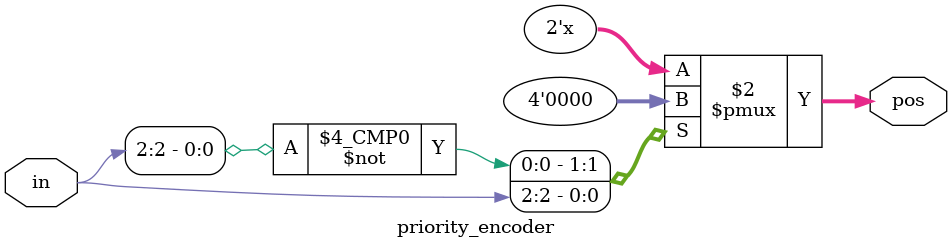
<source format=v>
module priority_encoder( 
input [2:0] in,
output reg [1:0] pos ); 
// When sel=1, assign b to out
// I used a combinational logic to do this, but I
// had to use a lot of assign statements.
always @(*)
begin
	casex (in)
	3'b0_x_x: pos = 2'b00;
	3'b0_x_x: pos = 2'b01;
	3'b0_x_x: pos = 2'b10;
	3'b0_x_x: pos = 2'b11;
	3'b1_x_x: pos = 2'b00;
	3'b1_x_x: pos = 2'b01;
	3'b1_x_x: pos = 2'b10;
	3'b1_x_x: pos = 2'b11;
	endcase
end
endmodule

</source>
